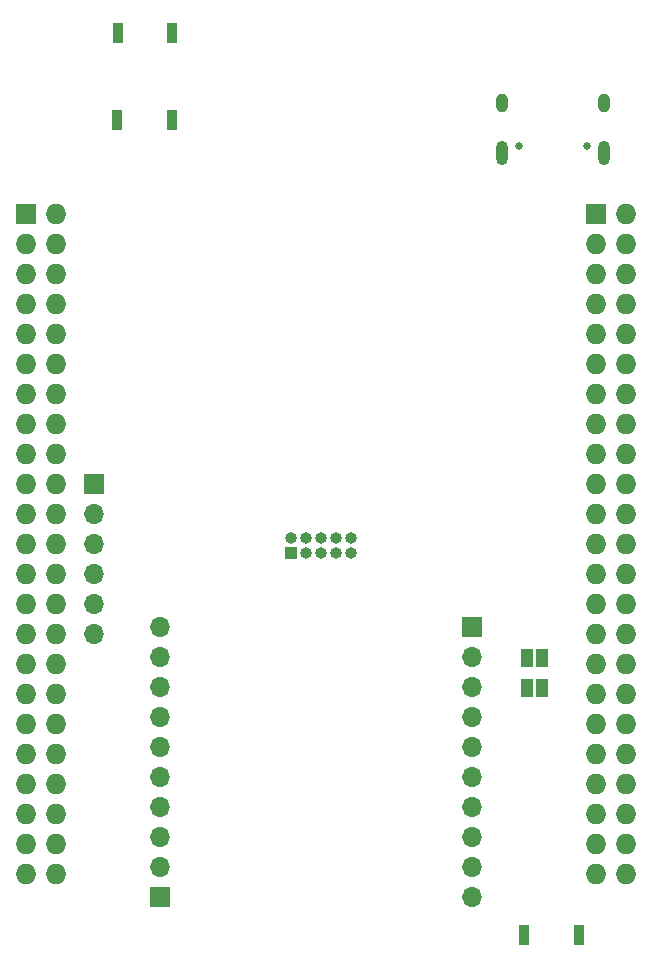
<source format=gbr>
%TF.GenerationSoftware,KiCad,Pcbnew,(5.1.7-0-10_14)*%
%TF.CreationDate,2020-11-18T23:57:46+08:00*%
%TF.ProjectId,bbb_zs3l,6262625f-7a73-4336-9c2e-6b696361645f,rev?*%
%TF.SameCoordinates,Original*%
%TF.FileFunction,Soldermask,Top*%
%TF.FilePolarity,Negative*%
%FSLAX46Y46*%
G04 Gerber Fmt 4.6, Leading zero omitted, Abs format (unit mm)*
G04 Created by KiCad (PCBNEW (5.1.7-0-10_14)) date 2020-11-18 23:57:46*
%MOMM*%
%LPD*%
G01*
G04 APERTURE LIST*
%ADD10R,0.899998X1.699997*%
%ADD11O,1.000000X2.100000*%
%ADD12C,0.650000*%
%ADD13O,1.000000X1.600000*%
%ADD14O,1.700000X1.700000*%
%ADD15R,1.700000X1.700000*%
%ADD16R,1.727200X1.727200*%
%ADD17O,1.727200X1.727200*%
%ADD18R,1.000000X1.500000*%
%ADD19O,1.000000X1.000000*%
%ADD20R,1.000000X1.000000*%
G04 APERTURE END LIST*
D10*
%TO.C,SW3*%
X163200070Y-123392400D03*
X158600130Y-123392400D03*
%TD*%
%TO.C,SW2*%
X124120130Y-54372400D03*
X128720070Y-54372400D03*
%TD*%
%TO.C,SW1*%
X124170130Y-47052400D03*
X128770070Y-47052400D03*
%TD*%
D11*
%TO.C,J3*%
X165330100Y-57162400D03*
X156690100Y-57162400D03*
D12*
X158120100Y-56632400D03*
D13*
X156690100Y-52982400D03*
D12*
X163900100Y-56632400D03*
D13*
X165330100Y-52982400D03*
%TD*%
D14*
%TO.C,J1*%
X122137100Y-97942400D03*
X122137100Y-95402400D03*
X122137100Y-92862400D03*
X122137100Y-90322400D03*
X122137100Y-87782400D03*
D15*
X122137100Y-85242400D03*
%TD*%
D16*
%TO.C,P8*%
X164630100Y-62382400D03*
D17*
X167170100Y-62382400D03*
X164630100Y-64922400D03*
X167170100Y-64922400D03*
X164630100Y-67462400D03*
X167170100Y-67462400D03*
X164630100Y-70002400D03*
X167170100Y-70002400D03*
X164630100Y-72542400D03*
X167170100Y-72542400D03*
X164630100Y-75082400D03*
X167170100Y-75082400D03*
X164630100Y-77622400D03*
X167170100Y-77622400D03*
X164630100Y-80162400D03*
X167170100Y-80162400D03*
X164630100Y-82702400D03*
X167170100Y-82702400D03*
X164630100Y-85242400D03*
X167170100Y-85242400D03*
X164630100Y-87782400D03*
X167170100Y-87782400D03*
X164630100Y-90322400D03*
X167170100Y-90322400D03*
X164630100Y-92862400D03*
X167170100Y-92862400D03*
X164630100Y-95402400D03*
X167170100Y-95402400D03*
X164630100Y-97942400D03*
X167170100Y-97942400D03*
X164630100Y-100482400D03*
X167170100Y-100482400D03*
X164630100Y-103022400D03*
X167170100Y-103022400D03*
X164630100Y-105562400D03*
X167170100Y-105562400D03*
X164630100Y-108102400D03*
X167170100Y-108102400D03*
X164630100Y-110642400D03*
X167170100Y-110642400D03*
X164630100Y-113182400D03*
X167170100Y-113182400D03*
X164630100Y-115722400D03*
X167170100Y-115722400D03*
X164630100Y-118262400D03*
X167170100Y-118262400D03*
%TD*%
D16*
%TO.C,P9*%
X116370100Y-62382400D03*
D17*
X118910100Y-62382400D03*
X116370100Y-64922400D03*
X118910100Y-64922400D03*
X116370100Y-67462400D03*
X118910100Y-67462400D03*
X116370100Y-70002400D03*
X118910100Y-70002400D03*
X116370100Y-72542400D03*
X118910100Y-72542400D03*
X116370100Y-75082400D03*
X118910100Y-75082400D03*
X116370100Y-77622400D03*
X118910100Y-77622400D03*
X116370100Y-80162400D03*
X118910100Y-80162400D03*
X116370100Y-82702400D03*
X118910100Y-82702400D03*
X116370100Y-85242400D03*
X118910100Y-85242400D03*
X116370100Y-87782400D03*
X118910100Y-87782400D03*
X116370100Y-90322400D03*
X118910100Y-90322400D03*
X116370100Y-92862400D03*
X118910100Y-92862400D03*
X116370100Y-95402400D03*
X118910100Y-95402400D03*
X116370100Y-97942400D03*
X118910100Y-97942400D03*
X116370100Y-100482400D03*
X118910100Y-100482400D03*
X116370100Y-103022400D03*
X118910100Y-103022400D03*
X116370100Y-105562400D03*
X118910100Y-105562400D03*
X116370100Y-108102400D03*
X118910100Y-108102400D03*
X116370100Y-110642400D03*
X118910100Y-110642400D03*
X116370100Y-113182400D03*
X118910100Y-113182400D03*
X116370100Y-115722400D03*
X118910100Y-115722400D03*
X116370100Y-118262400D03*
X118910100Y-118262400D03*
%TD*%
D14*
%TO.C,J4*%
X127710100Y-97282400D03*
X127710100Y-99822400D03*
X127710100Y-102362400D03*
X127710100Y-104902400D03*
X127710100Y-107442400D03*
X127710100Y-109982400D03*
X127710100Y-112522400D03*
X127710100Y-115062400D03*
X127710100Y-117602400D03*
D15*
X127710100Y-120142400D03*
%TD*%
D18*
%TO.C,JP2*%
X158790100Y-102502400D03*
X160090100Y-102502400D03*
%TD*%
%TO.C,JP1*%
X158790100Y-99962400D03*
X160090100Y-99962400D03*
%TD*%
D14*
%TO.C,J5*%
X154190100Y-120142400D03*
X154190100Y-117602400D03*
X154190100Y-115062400D03*
X154190100Y-112522400D03*
X154190100Y-109982400D03*
X154190100Y-107442400D03*
X154190100Y-104902400D03*
X154190100Y-102362400D03*
X154190100Y-99822400D03*
D15*
X154190100Y-97282400D03*
%TD*%
D19*
%TO.C,CON1*%
X143920100Y-91037400D03*
X143920100Y-89767400D03*
X142650100Y-91037400D03*
X142650100Y-89767400D03*
X141380100Y-91037400D03*
X141380100Y-89767400D03*
X140110100Y-91037400D03*
X140110100Y-89767400D03*
X138840100Y-89767400D03*
D20*
X138840100Y-91037400D03*
%TD*%
M02*

</source>
